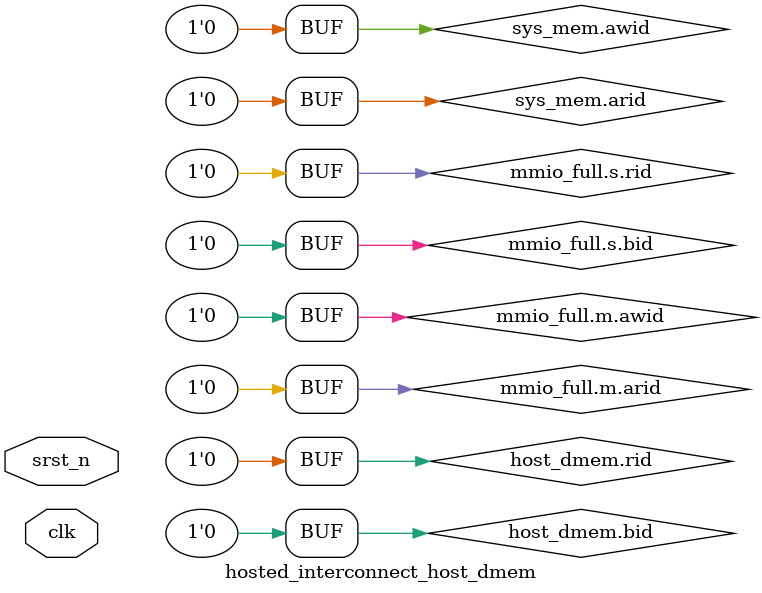
<source format=sv>
module hosted_interconnect_host_dmem (
    input logic clk,
    srst_n,

    axib_if.s host_dmem,

    axib_if.m sys_mem,
    axil_if.m mmio
);

  localparam logic[31:0]
        SysBase  = 32'h0000_0000,
        SysMask  = 32'h6000_0000,
        MmioBase = 32'hc000_0000,
        MmioMask = 32'hf000_0000;

  axib_if mmio_full ();

  assign host_dmem.bid = '0;
  assign host_dmem.rid = '0;

  assign sys_mem.arid = '0;
  assign sys_mem.awid = '0;

  assign mmio_full.s.bid = '0;
  assign mmio_full.s.rid = '0;
  assign mmio_full.m.arid = '0;
  assign mmio_full.m.awid = '0;

  axixbar #(
      .NM(1),
      .NS(2),
      .OPT_LOWPOWER(0),
      .SLAVE_ADDR({MmioBase, SysBase}),
      .SLAVE_MASK({MmioMask, SysMask})
  ) xbar (
      .S_AXI_ACLK(clk),
      .S_AXI_ARESETN(srst_n),

      .S_AXI_AWVALID(host_dmem.awvalid),
      .S_AXI_AWREADY(host_dmem.awready),
      .S_AXI_AWID('0),
      .S_AXI_AWADDR(host_dmem.awaddr),
      .S_AXI_AWLEN(host_dmem.awlen),
      .S_AXI_AWSIZE(host_dmem.awsize),
      .S_AXI_AWBURST(host_dmem.awburst),
      .S_AXI_AWLOCK('0),
      .S_AXI_AWCACHE('0),
      .S_AXI_AWPROT('0),
      .S_AXI_AWQOS('0),

      .S_AXI_WVALID(host_dmem.wvalid),
      .S_AXI_WREADY(host_dmem.wready),
      .S_AXI_WDATA (host_dmem.wdata),
      .S_AXI_WSTRB (host_dmem.wstrb),
      .S_AXI_WLAST (host_dmem.wlast),

      .S_AXI_BVALID(host_dmem.bvalid),
      .S_AXI_BREADY(host_dmem.bready),
      .S_AXI_BID(),
      .S_AXI_BRESP(host_dmem.bresp),

      .S_AXI_ARVALID(host_dmem.arvalid),
      .S_AXI_ARREADY(host_dmem.arready),
      .S_AXI_ARID('0),
      .S_AXI_ARADDR(host_dmem.araddr),
      .S_AXI_ARLEN(host_dmem.arlen),
      .S_AXI_ARSIZE(host_dmem.arsize),
      .S_AXI_ARBURST(host_dmem.arburst),
      .S_AXI_ARLOCK('0),
      .S_AXI_ARCACHE('0),
      .S_AXI_ARPROT('0),
      .S_AXI_ARQOS('0),

      .S_AXI_RVALID(host_dmem.rvalid),
      .S_AXI_RREADY(host_dmem.rready),
      .S_AXI_RID(),
      .S_AXI_RDATA(host_dmem.rdata),
      .S_AXI_RRESP(host_dmem.rresp),
      .S_AXI_RLAST(host_dmem.rlast),

      .M_AXI_AWVALID({mmio_full.m.awvalid, sys_mem.awvalid}),
      .M_AXI_AWREADY({mmio_full.m.awready, sys_mem.awready}),
      .M_AXI_AWID(),
      .M_AXI_AWADDR({mmio_full.m.awaddr, sys_mem.awaddr}),
      .M_AXI_AWLEN({mmio_full.m.awlen, sys_mem.awlen}),
      .M_AXI_AWSIZE({mmio_full.m.awsize, sys_mem.awsize}),
      .M_AXI_AWBURST({mmio_full.m.awburst, sys_mem.awburst}),
      .M_AXI_AWLOCK(),
      .M_AXI_AWCACHE(),
      .M_AXI_AWPROT(),
      .M_AXI_AWQOS(),

      .M_AXI_WVALID({mmio_full.m.wvalid, sys_mem.wvalid}),
      .M_AXI_WREADY({mmio_full.m.wready, sys_mem.wready}),
      .M_AXI_WDATA ({mmio_full.m.wdata, sys_mem.wdata}),
      .M_AXI_WSTRB ({mmio_full.m.wstrb, sys_mem.wstrb}),
      .M_AXI_WLAST ({mmio_full.m.wlast, sys_mem.wlast}),

      .M_AXI_BVALID({mmio_full.m.bvalid, sys_mem.bvalid}),
      .M_AXI_BREADY({mmio_full.m.bready, sys_mem.bready}),
      .M_AXI_BID('0),
      .M_AXI_BRESP({mmio_full.m.bresp, sys_mem.bresp}),

      .M_AXI_ARVALID({mmio_full.m.arvalid, sys_mem.arvalid}),
      .M_AXI_ARREADY({mmio_full.m.arready, sys_mem.arready}),
      .M_AXI_ARID(),
      .M_AXI_ARADDR({mmio_full.m.araddr, sys_mem.araddr}),
      .M_AXI_ARLEN({mmio_full.m.arlen, sys_mem.arlen}),
      .M_AXI_ARSIZE({mmio_full.m.arsize, sys_mem.arsize}),
      .M_AXI_ARBURST({mmio_full.m.arburst, sys_mem.arburst}),
      .M_AXI_ARLOCK(),
      .M_AXI_ARCACHE(),
      .M_AXI_ARPROT(),
      .M_AXI_ARQOS(),

      .M_AXI_RVALID({mmio_full.m.rvalid, sys_mem.rvalid}),
      .M_AXI_RREADY({mmio_full.m.rready, sys_mem.rready}),
      .M_AXI_RID('0),
      .M_AXI_RDATA({mmio_full.m.rdata, sys_mem.rdata}),
      .M_AXI_RRESP({mmio_full.m.rresp, sys_mem.rresp}),
      .M_AXI_RLAST({mmio_full.m.rlast, sys_mem.rlast})
  );

  axi2axilite #(
      .C_AXI_ADDR_WIDTH(32)
  ) mmio_full2lite (
      .S_AXI_ACLK(clk),
      .S_AXI_ARESETN(srst_n),

      .S_AXI_AWVALID(mmio_full.s.awvalid),
      .S_AXI_AWREADY(mmio_full.s.awready),
      .S_AXI_AWID('0),
      .S_AXI_AWADDR(mmio_full.s.awaddr),
      .S_AXI_AWLEN(mmio_full.s.awlen),
      .S_AXI_AWSIZE(mmio_full.s.awsize),
      .S_AXI_AWBURST(mmio_full.s.awburst),
      .S_AXI_AWLOCK('0),
      .S_AXI_AWCACHE('0),
      .S_AXI_AWPROT('0),
      .S_AXI_AWQOS('0),

      .S_AXI_WVALID(mmio_full.s.wvalid),
      .S_AXI_WREADY(mmio_full.s.wready),
      .S_AXI_WDATA (mmio_full.s.wdata),
      .S_AXI_WSTRB (mmio_full.s.wstrb),
      .S_AXI_WLAST (mmio_full.s.wlast),

      .S_AXI_BVALID(mmio_full.s.bvalid),
      .S_AXI_BREADY(mmio_full.s.bready),
      .S_AXI_BID(),
      .S_AXI_BRESP(mmio_full.s.bresp),

      .S_AXI_ARVALID(mmio_full.s.arvalid),
      .S_AXI_ARREADY(mmio_full.s.arready),
      .S_AXI_ARID('0),
      .S_AXI_ARADDR(mmio_full.s.araddr),
      .S_AXI_ARLEN(mmio_full.s.arlen),
      .S_AXI_ARSIZE(mmio_full.s.arsize),
      .S_AXI_ARBURST(mmio_full.s.arburst),
      .S_AXI_ARLOCK('0),
      .S_AXI_ARCACHE('0),
      .S_AXI_ARPROT('0),
      .S_AXI_ARQOS('0),

      .S_AXI_RVALID(mmio_full.s.rvalid),
      .S_AXI_RREADY(mmio_full.s.rready),
      .S_AXI_RID(),
      .S_AXI_RDATA(mmio_full.s.rdata),
      .S_AXI_RRESP(mmio_full.s.rresp),
      .S_AXI_RLAST(mmio_full.s.rlast),

      .M_AXI_AWADDR (mmio.awaddr),
      .M_AXI_AWPROT (),
      .M_AXI_AWVALID(mmio.awvalid),
      .M_AXI_AWREADY(mmio.awready),

      .M_AXI_WDATA (mmio.wdata),
      .M_AXI_WSTRB (),
      .M_AXI_WVALID(mmio.wvalid),
      .M_AXI_WREADY(mmio.wready),

      .M_AXI_BRESP ('0),
      .M_AXI_BVALID(mmio.bvalid),
      .M_AXI_BREADY(mmio.bready),

      .M_AXI_ARADDR (mmio.araddr),
      .M_AXI_ARPROT (),
      .M_AXI_ARVALID(mmio.arvalid),
      .M_AXI_ARREADY(mmio.arready),

      .M_AXI_RDATA (mmio.rdata),
      .M_AXI_RRESP ('0),
      .M_AXI_RVALID(mmio.rvalid),
      .M_AXI_RREADY(mmio.rready)
  );

endmodule

</source>
